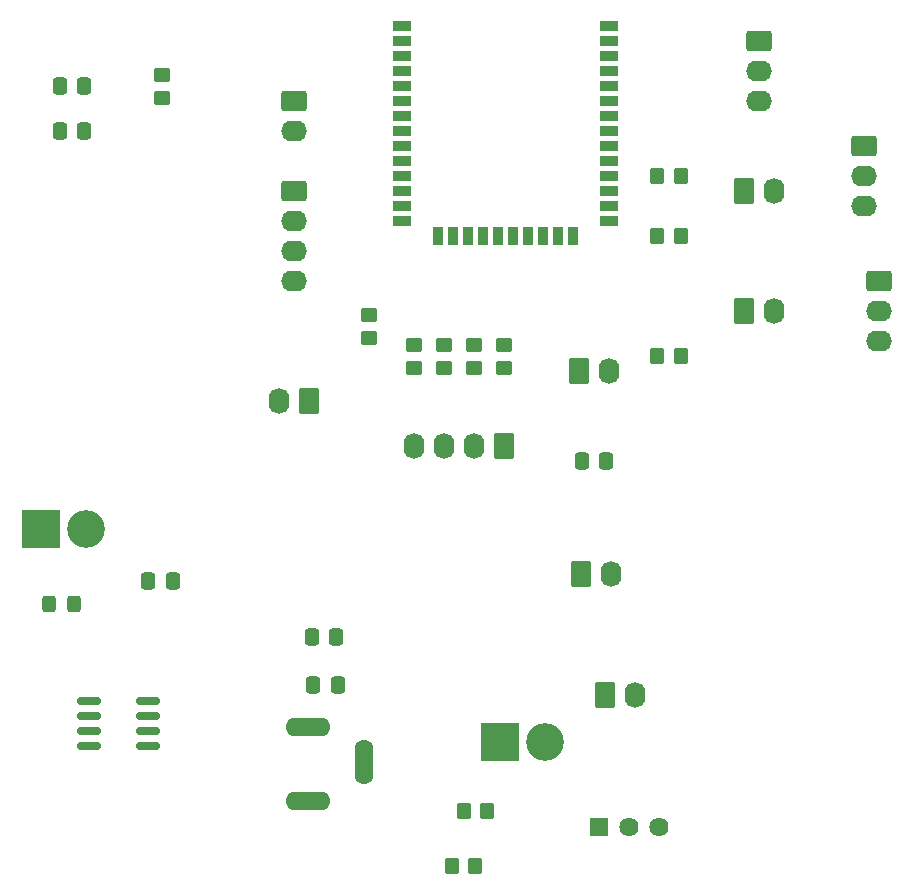
<source format=gbr>
G04 #@! TF.GenerationSoftware,KiCad,Pcbnew,9.0.0*
G04 #@! TF.CreationDate,2025-03-03T16:58:55-06:00*
G04 #@! TF.ProjectId,Group52HeatedBridge,47726f75-7035-4324-9865-617465644272,rev?*
G04 #@! TF.SameCoordinates,Original*
G04 #@! TF.FileFunction,Soldermask,Top*
G04 #@! TF.FilePolarity,Negative*
%FSLAX46Y46*%
G04 Gerber Fmt 4.6, Leading zero omitted, Abs format (unit mm)*
G04 Created by KiCad (PCBNEW 9.0.0) date 2025-03-03 16:58:55*
%MOMM*%
%LPD*%
G01*
G04 APERTURE LIST*
G04 Aperture macros list*
%AMRoundRect*
0 Rectangle with rounded corners*
0 $1 Rounding radius*
0 $2 $3 $4 $5 $6 $7 $8 $9 X,Y pos of 4 corners*
0 Add a 4 corners polygon primitive as box body*
4,1,4,$2,$3,$4,$5,$6,$7,$8,$9,$2,$3,0*
0 Add four circle primitives for the rounded corners*
1,1,$1+$1,$2,$3*
1,1,$1+$1,$4,$5*
1,1,$1+$1,$6,$7*
1,1,$1+$1,$8,$9*
0 Add four rect primitives between the rounded corners*
20,1,$1+$1,$2,$3,$4,$5,0*
20,1,$1+$1,$4,$5,$6,$7,0*
20,1,$1+$1,$6,$7,$8,$9,0*
20,1,$1+$1,$8,$9,$2,$3,0*%
G04 Aperture macros list end*
%ADD10O,1.604000X3.804000*%
%ADD11O,3.804000X1.604000*%
%ADD12RoundRect,0.250000X-0.845000X0.620000X-0.845000X-0.620000X0.845000X-0.620000X0.845000X0.620000X0*%
%ADD13O,2.190000X1.740000*%
%ADD14RoundRect,0.250000X-0.350000X-0.450000X0.350000X-0.450000X0.350000X0.450000X-0.350000X0.450000X0*%
%ADD15RoundRect,0.250000X0.620000X0.845000X-0.620000X0.845000X-0.620000X-0.845000X0.620000X-0.845000X0*%
%ADD16O,1.740000X2.190000*%
%ADD17RoundRect,0.250000X-0.337500X-0.475000X0.337500X-0.475000X0.337500X0.475000X-0.337500X0.475000X0*%
%ADD18RoundRect,0.250000X0.450000X-0.350000X0.450000X0.350000X-0.450000X0.350000X-0.450000X-0.350000X0*%
%ADD19R,3.200000X3.200000*%
%ADD20O,3.200000X3.200000*%
%ADD21RoundRect,0.250000X-0.620000X-0.845000X0.620000X-0.845000X0.620000X0.845000X-0.620000X0.845000X0*%
%ADD22RoundRect,0.250000X0.325000X0.450000X-0.325000X0.450000X-0.325000X-0.450000X0.325000X-0.450000X0*%
%ADD23R,1.500000X0.900000*%
%ADD24R,0.900000X1.500000*%
%ADD25R,1.625600X1.625600*%
%ADD26C,1.625600*%
%ADD27RoundRect,0.150000X-0.825000X-0.150000X0.825000X-0.150000X0.825000X0.150000X-0.825000X0.150000X0*%
G04 APERTURE END LIST*
D10*
G04 #@! TO.C,J11*
X134213000Y-128349000D03*
D11*
X129413000Y-131599000D03*
X129413000Y-125349000D03*
G04 #@! TD*
D12*
G04 #@! TO.C,J2*
X128270000Y-80010000D03*
D13*
X128270000Y-82550000D03*
X128270000Y-85090000D03*
X128270000Y-87630000D03*
G04 #@! TD*
D14*
G04 #@! TO.C,R2*
X159020000Y-93980000D03*
X161020000Y-93980000D03*
G04 #@! TD*
D15*
G04 #@! TO.C,J7*
X129540000Y-97790000D03*
D16*
X127000000Y-97790000D03*
G04 #@! TD*
D12*
G04 #@! TO.C,J3*
X177800000Y-87630000D03*
D13*
X177800000Y-90170000D03*
X177800000Y-92710000D03*
G04 #@! TD*
D17*
G04 #@! TO.C,C1*
X108415000Y-71120000D03*
X110490000Y-71120000D03*
G04 #@! TD*
D18*
G04 #@! TO.C,R1*
X117110000Y-72120000D03*
X117110000Y-70120000D03*
G04 #@! TD*
D19*
G04 #@! TO.C,D1*
X106815000Y-108585000D03*
D20*
X110625000Y-108585000D03*
G04 #@! TD*
D21*
G04 #@! TO.C,J10*
X166370000Y-80010000D03*
D16*
X168910000Y-80010000D03*
G04 #@! TD*
D18*
G04 #@! TO.C,R5*
X146050000Y-94980000D03*
X146050000Y-92980000D03*
G04 #@! TD*
D17*
G04 #@! TO.C,C6*
X129772500Y-117729000D03*
X131847500Y-117729000D03*
G04 #@! TD*
D21*
G04 #@! TO.C,J6*
X166370000Y-90170000D03*
D16*
X168910000Y-90170000D03*
G04 #@! TD*
D22*
G04 #@! TO.C,L1*
X109610000Y-114935000D03*
X107560000Y-114935000D03*
G04 #@! TD*
D14*
G04 #@! TO.C,R11*
X142637000Y-132461000D03*
X144637000Y-132461000D03*
G04 #@! TD*
D12*
G04 #@! TO.C,J4*
X176510000Y-76200000D03*
D13*
X176510000Y-78740000D03*
X176510000Y-81280000D03*
G04 #@! TD*
D12*
G04 #@! TO.C,J8*
X128270000Y-72390000D03*
D13*
X128270000Y-74930000D03*
G04 #@! TD*
D18*
G04 #@! TO.C,R7*
X140970000Y-94980000D03*
X140970000Y-92980000D03*
G04 #@! TD*
D14*
G04 #@! TO.C,R9*
X159020000Y-78740000D03*
X161020000Y-78740000D03*
G04 #@! TD*
D23*
G04 #@! TO.C,U1*
X137440000Y-66040000D03*
X137440000Y-67310000D03*
X137440000Y-68580000D03*
X137440000Y-69850000D03*
X137440000Y-71120000D03*
X137440000Y-72390000D03*
X137440000Y-73660000D03*
X137440000Y-74930000D03*
X137440000Y-76200000D03*
X137440000Y-77470000D03*
X137440000Y-78740000D03*
X137440000Y-80010000D03*
X137440000Y-81280000D03*
X137440000Y-82550000D03*
D24*
X140480000Y-83800000D03*
X141750000Y-83800000D03*
X143020000Y-83800000D03*
X144290000Y-83800000D03*
X145560000Y-83800000D03*
X146830000Y-83800000D03*
X148100000Y-83800000D03*
X149370000Y-83800000D03*
X150640000Y-83800000D03*
X151910000Y-83800000D03*
D23*
X154940000Y-82550000D03*
X154940000Y-81280000D03*
X154940000Y-80010000D03*
X154940000Y-78740000D03*
X154940000Y-77470000D03*
X154940000Y-76200000D03*
X154940000Y-74930000D03*
X154940000Y-73660000D03*
X154940000Y-72390000D03*
X154940000Y-71120000D03*
X154940000Y-69850000D03*
X154940000Y-68580000D03*
X154940000Y-67310000D03*
X154940000Y-66040000D03*
G04 #@! TD*
D15*
G04 #@! TO.C,J5*
X146050000Y-101600000D03*
D16*
X143510000Y-101600000D03*
X140970000Y-101600000D03*
X138430000Y-101600000D03*
G04 #@! TD*
D18*
G04 #@! TO.C,R8*
X138430000Y-94980000D03*
X138430000Y-92980000D03*
G04 #@! TD*
D25*
G04 #@! TO.C,U3*
X154051000Y-133858000D03*
D26*
X156591000Y-133858000D03*
X159131000Y-133858000D03*
G04 #@! TD*
D17*
G04 #@! TO.C,C3*
X152632500Y-102870000D03*
X154707500Y-102870000D03*
G04 #@! TD*
D21*
G04 #@! TO.C,J13*
X154559000Y-122682000D03*
D16*
X157099000Y-122682000D03*
G04 #@! TD*
D14*
G04 #@! TO.C,R3*
X159020000Y-83820000D03*
X161020000Y-83820000D03*
G04 #@! TD*
D17*
G04 #@! TO.C,C5*
X115929500Y-113030000D03*
X118004500Y-113030000D03*
G04 #@! TD*
D18*
G04 #@! TO.C,R6*
X143510000Y-94980000D03*
X143510000Y-92980000D03*
G04 #@! TD*
D17*
G04 #@! TO.C,C4*
X129899500Y-121793000D03*
X131974500Y-121793000D03*
G04 #@! TD*
G04 #@! TO.C,C2*
X108415000Y-74930000D03*
X110490000Y-74930000D03*
G04 #@! TD*
D21*
G04 #@! TO.C,J9*
X152400000Y-95250000D03*
D16*
X154940000Y-95250000D03*
G04 #@! TD*
D19*
G04 #@! TO.C,D2*
X145677000Y-126619000D03*
D20*
X149487000Y-126619000D03*
G04 #@! TD*
D27*
G04 #@! TO.C,U2*
X110936000Y-123190000D03*
X110936000Y-124460000D03*
X110936000Y-125730000D03*
X110936000Y-127000000D03*
X115886000Y-127000000D03*
X115886000Y-125730000D03*
X115886000Y-124460000D03*
X115886000Y-123190000D03*
G04 #@! TD*
D12*
G04 #@! TO.C,J1*
X167620000Y-67310000D03*
D13*
X167620000Y-69850000D03*
X167620000Y-72390000D03*
G04 #@! TD*
D18*
G04 #@! TO.C,R4*
X134620000Y-92440000D03*
X134620000Y-90440000D03*
G04 #@! TD*
D21*
G04 #@! TO.C,J14*
X152527000Y-112415000D03*
D16*
X155067000Y-112415000D03*
G04 #@! TD*
D14*
G04 #@! TO.C,R10*
X141621000Y-137160000D03*
X143621000Y-137160000D03*
G04 #@! TD*
M02*

</source>
